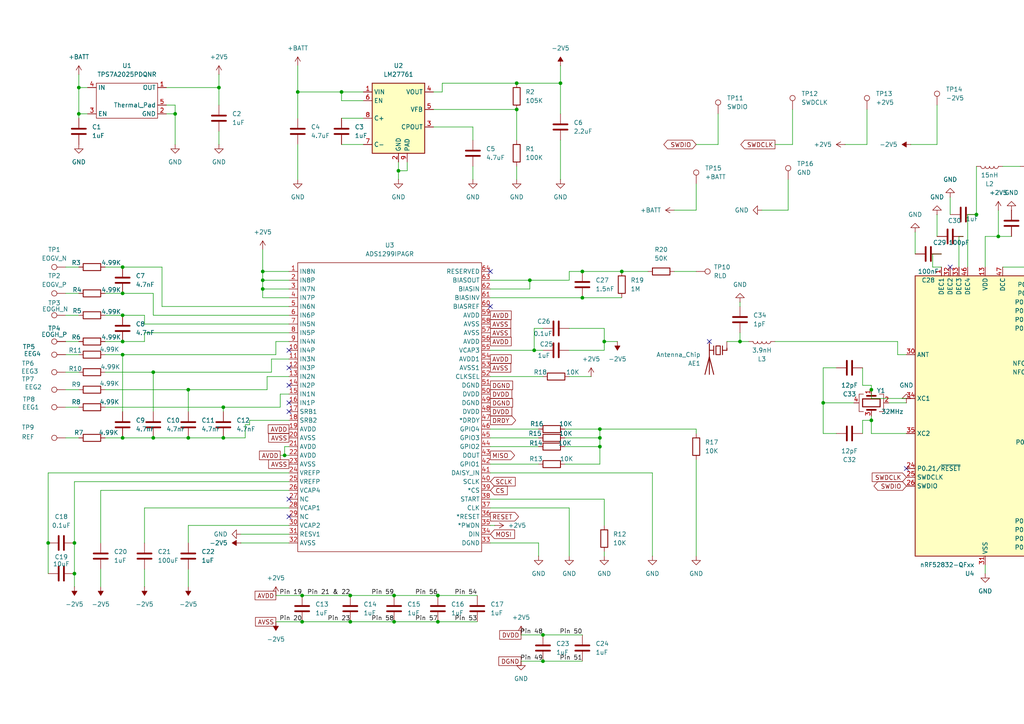
<source format=kicad_sch>
(kicad_sch (version 20250114) (generator "eeschema") (generator_version "9.0")
  (paper "A4")
  (junction (at 173.99 127))
  (junction (at 127 180.34))
  (junction (at 54.61 127))
  (junction (at 173.99 124.46))
  (junction (at 99.06 26.67))
  (junction (at 35.56 91.44))
  (junction (at 289.56 68.58))
  (junction (at 21.59 166.37))
  (junction (at 64.77 127))
  (junction (at 35.56 102.87))
  (junction (at 76.2 83.82))
  (junction (at 162.56 24.13))
  (junction (at 149.86 24.13))
  (junction (at 149.86 31.75))
  (junction (at 115.57 49.53))
  (junction (at 238.76 116.84))
  (junction (at 21.59 157.48))
  (junction (at 63.5 25.4))
  (junction (at 13.97 157.48))
  (junction (at 154.94 101.6))
  (junction (at 168.91 78.74))
  (junction (at 35.56 85.09))
  (junction (at 173.99 129.54))
  (junction (at 101.6 180.34))
  (junction (at 114.3 172.72))
  (junction (at 86.36 26.67))
  (junction (at 157.48 191.77))
  (junction (at 153.67 81.28))
  (junction (at 114.3 180.34))
  (junction (at 127 172.72))
  (junction (at 35.56 127))
  (junction (at 252.73 121.92))
  (junction (at 168.91 86.36))
  (junction (at 76.2 81.28))
  (junction (at 35.56 77.47))
  (junction (at 22.86 33.02))
  (junction (at 44.45 107.95))
  (junction (at 35.56 99.06))
  (junction (at 64.77 118.11))
  (junction (at 214.63 99.06))
  (junction (at 76.2 78.74))
  (junction (at 157.48 184.15))
  (junction (at 87.63 180.34))
  (junction (at 283.21 62.23))
  (junction (at 22.86 25.4))
  (junction (at 87.63 172.72))
  (junction (at 44.45 127))
  (junction (at 252.73 113.03))
  (junction (at 180.34 78.74))
  (junction (at 50.8 33.02))
  (junction (at 54.61 113.03))
  (junction (at 101.6 172.72))
  (junction (at 82.55 132.08))
  (junction (at 175.26 99.06))
  (no_connect (at 83.82 106.68))
  (no_connect (at 308.61 90.17))
  (no_connect (at 83.82 144.78))
  (no_connect (at 308.61 128.27))
  (no_connect (at 275.59 77.47))
  (no_connect (at 308.61 118.11))
  (no_connect (at 308.61 138.43))
  (no_connect (at 308.61 113.03))
  (no_connect (at 308.61 135.89))
  (no_connect (at 205.74 99.06))
  (no_connect (at 308.61 107.95))
  (no_connect (at 308.61 148.59))
  (no_connect (at 308.61 115.57))
  (no_connect (at 308.61 143.51))
  (no_connect (at 83.82 111.76))
  (no_connect (at 308.61 87.63))
  (no_connect (at 308.61 82.55))
  (no_connect (at 308.61 151.13))
  (no_connect (at 142.24 88.9))
  (no_connect (at 308.61 85.09))
  (no_connect (at 308.61 120.65))
  (no_connect (at 83.82 119.38))
  (no_connect (at 308.61 146.05))
  (no_connect (at 83.82 116.84))
  (no_connect (at 308.61 133.35))
  (no_connect (at 142.24 78.74))
  (no_connect (at 308.61 140.97))
  (no_connect (at 308.61 123.19))
  (no_connect (at 308.61 125.73))
  (no_connect (at 83.82 149.86))
  (no_connect (at 83.82 101.6))
  (no_connect (at 308.61 158.75))
  (no_connect (at 308.61 153.67))
  (no_connect (at 262.89 135.89))
  (no_connect (at 308.61 130.81))
  (no_connect (at 308.61 156.21))
  (wire (pts (xy 149.86 24.13) (xy 162.56 24.13)))
  (wire (pts (xy 81.28 118.11) (xy 64.77 118.11)))
  (wire (pts (xy 41.91 96.52) (xy 41.91 99.06)))
  (wire (pts (xy 83.82 88.9) (xy 46.99 88.9)))
  (wire (pts (xy 41.91 93.98) (xy 41.91 91.44)))
  (wire (pts (xy 101.6 172.72) (xy 114.3 172.72)))
  (wire (pts (xy 250.19 125.73) (xy 250.19 121.92)))
  (wire (pts (xy 265.43 73.66) (xy 265.43 67.31)))
  (wire (pts (xy 77.47 113.03) (xy 54.61 113.03)))
  (wire (pts (xy 44.45 127) (xy 54.61 127)))
  (wire (pts (xy 165.1 95.25) (xy 175.26 95.25)))
  (wire (pts (xy 168.91 86.36) (xy 180.34 86.36)))
  (wire (pts (xy 143.51 152.4) (xy 142.24 152.4)))
  (wire (pts (xy 105.41 26.67) (xy 99.06 26.67)))
  (wire (pts (xy 195.58 78.74) (xy 201.93 78.74)))
  (wire (pts (xy 21.59 139.7) (xy 21.59 157.48)))
  (wire (pts (xy 142.24 127) (xy 156.21 127)))
  (wire (pts (xy 19.05 77.47) (xy 22.86 77.47)))
  (wire (pts (xy 142.24 109.22) (xy 157.48 109.22)))
  (wire (pts (xy 250.19 121.92) (xy 252.73 121.92)))
  (wire (pts (xy 273.05 77.47) (xy 270.51 77.47)))
  (wire (pts (xy 168.91 78.74) (xy 180.34 78.74)))
  (wire (pts (xy 82.55 132.08) (xy 83.82 132.08)))
  (wire (pts (xy 201.93 53.34) (xy 201.93 60.96)))
  (wire (pts (xy 214.63 99.06) (xy 210.82 99.06)))
  (wire (pts (xy 175.26 99.06) (xy 179.07 99.06)))
  (wire (pts (xy 252.73 115.57) (xy 252.73 113.03)))
  (wire (pts (xy 54.61 113.03) (xy 54.61 119.38)))
  (wire (pts (xy 229.87 31.75) (xy 229.87 41.91)))
  (wire (pts (xy 162.56 40.64) (xy 162.56 52.07)))
  (wire (pts (xy 173.99 124.46) (xy 173.99 127)))
  (wire (pts (xy 76.2 83.82) (xy 76.2 86.36)))
  (wire (pts (xy 46.99 88.9) (xy 46.99 77.47)))
  (wire (pts (xy 238.76 116.84) (xy 238.76 106.68)))
  (wire (pts (xy 30.48 77.47) (xy 35.56 77.47)))
  (wire (pts (xy 13.97 157.48) (xy 13.97 166.37)))
  (wire (pts (xy 295.91 48.26) (xy 290.83 48.26)))
  (wire (pts (xy 142.24 147.32) (xy 165.1 147.32)))
  (wire (pts (xy 83.82 147.32) (xy 41.91 147.32)))
  (wire (pts (xy 238.76 125.73) (xy 238.76 116.84)))
  (wire (pts (xy 83.82 96.52) (xy 41.91 96.52)))
  (wire (pts (xy 149.86 31.75) (xy 149.86 40.64)))
  (wire (pts (xy 163.83 134.62) (xy 173.99 134.62)))
  (wire (pts (xy 80.01 99.06) (xy 80.01 102.87)))
  (wire (pts (xy 99.06 26.67) (xy 86.36 26.67)))
  (wire (pts (xy 114.3 180.34) (xy 127 180.34)))
  (wire (pts (xy 35.56 119.38) (xy 35.56 102.87)))
  (wire (pts (xy 19.05 85.09) (xy 22.86 85.09)))
  (wire (pts (xy 69.85 154.94) (xy 83.82 154.94)))
  (wire (pts (xy 154.94 95.25) (xy 154.94 101.6)))
  (wire (pts (xy 35.56 77.47) (xy 46.99 77.47)))
  (wire (pts (xy 217.17 99.06) (xy 214.63 99.06)))
  (wire (pts (xy 157.48 184.15) (xy 168.91 184.15)))
  (wire (pts (xy 64.77 127) (xy 71.12 127)))
  (wire (pts (xy 19.05 113.03) (xy 22.86 113.03)))
  (wire (pts (xy 208.28 41.91) (xy 201.93 41.91)))
  (wire (pts (xy 13.97 137.16) (xy 83.82 137.16)))
  (wire (pts (xy 19.05 118.11) (xy 22.86 118.11)))
  (wire (pts (xy 83.82 81.28) (xy 76.2 81.28)))
  (wire (pts (xy 173.99 124.46) (xy 201.93 124.46)))
  (wire (pts (xy 63.5 25.4) (xy 63.5 30.48)))
  (wire (pts (xy 142.24 129.54) (xy 156.21 129.54)))
  (wire (pts (xy 77.47 109.22) (xy 77.47 113.03)))
  (wire (pts (xy 175.26 144.78) (xy 175.26 152.4)))
  (wire (pts (xy 165.1 81.28) (xy 165.1 78.74)))
  (wire (pts (xy 35.56 99.06) (xy 41.91 99.06)))
  (wire (pts (xy 30.48 85.09) (xy 35.56 85.09)))
  (wire (pts (xy 72.39 123.19) (xy 72.39 121.92)))
  (wire (pts (xy 125.73 36.83) (xy 137.16 36.83)))
  (wire (pts (xy 99.06 26.67) (xy 99.06 29.21)))
  (wire (pts (xy 262.89 115.57) (xy 252.73 115.57)))
  (wire (pts (xy 86.36 26.67) (xy 86.36 34.29)))
  (wire (pts (xy 163.83 124.46) (xy 173.99 124.46)))
  (wire (pts (xy 41.91 147.32) (xy 41.91 157.48)))
  (wire (pts (xy 44.45 107.95) (xy 78.74 107.95)))
  (wire (pts (xy 115.57 49.53) (xy 115.57 52.07)))
  (wire (pts (xy 25.4 33.02) (xy 22.86 33.02)))
  (wire (pts (xy 163.83 127) (xy 173.99 127)))
  (wire (pts (xy 128.27 26.67) (xy 128.27 24.13)))
  (wire (pts (xy 19.05 107.95) (xy 22.86 107.95)))
  (wire (pts (xy 19.05 102.87) (xy 22.86 102.87)))
  (wire (pts (xy 173.99 127) (xy 173.99 129.54)))
  (wire (pts (xy 86.36 19.05) (xy 86.36 26.67)))
  (wire (pts (xy 250.19 111.76) (xy 252.73 111.76)))
  (wire (pts (xy 262.89 125.73) (xy 252.73 125.73)))
  (wire (pts (xy 250.19 111.76) (xy 250.19 106.68)))
  (wire (pts (xy 175.26 160.02) (xy 175.26 161.29)))
  (wire (pts (xy 83.82 83.82) (xy 76.2 83.82)))
  (wire (pts (xy 72.39 121.92) (xy 83.82 121.92)))
  (wire (pts (xy 270.51 77.47) (xy 270.51 73.66)))
  (wire (pts (xy 125.73 31.75) (xy 149.86 31.75)))
  (wire (pts (xy 115.57 49.53) (xy 118.11 49.53)))
  (wire (pts (xy 271.78 41.91) (xy 264.16 41.91)))
  (wire (pts (xy 83.82 86.36) (xy 76.2 86.36)))
  (wire (pts (xy 99.06 34.29) (xy 105.41 34.29)))
  (wire (pts (xy 285.75 68.58) (xy 289.56 68.58)))
  (wire (pts (xy 175.26 101.6) (xy 175.26 99.06)))
  (wire (pts (xy 142.24 81.28) (xy 153.67 81.28)))
  (wire (pts (xy 271.78 68.58) (xy 271.78 62.23)))
  (wire (pts (xy 82.55 129.54) (xy 82.55 132.08)))
  (wire (pts (xy 19.05 91.44) (xy 22.86 91.44)))
  (wire (pts (xy 157.48 191.77) (xy 168.91 191.77)))
  (wire (pts (xy 214.63 87.63) (xy 214.63 88.9)))
  (wire (pts (xy 101.6 180.34) (xy 114.3 180.34)))
  (wire (pts (xy 201.93 124.46) (xy 201.93 125.73)))
  (wire (pts (xy 153.67 81.28) (xy 153.67 83.82)))
  (wire (pts (xy 165.1 109.22) (xy 171.45 109.22)))
  (wire (pts (xy 127 172.72) (xy 138.43 172.72)))
  (wire (pts (xy 270.51 73.66) (xy 273.05 73.66)))
  (wire (pts (xy 80.01 180.34) (xy 87.63 180.34)))
  (wire (pts (xy 50.8 30.48) (xy 50.8 33.02)))
  (wire (pts (xy 285.75 77.47) (xy 285.75 68.58)))
  (wire (pts (xy 173.99 129.54) (xy 173.99 134.62)))
  (wire (pts (xy 30.48 99.06) (xy 35.56 99.06)))
  (wire (pts (xy 252.73 113.03) (xy 252.73 111.76)))
  (wire (pts (xy 29.21 142.24) (xy 29.21 157.48)))
  (wire (pts (xy 125.73 26.67) (xy 128.27 26.67)))
  (wire (pts (xy 165.1 147.32) (xy 165.1 161.29)))
  (wire (pts (xy 189.23 137.16) (xy 189.23 161.29)))
  (wire (pts (xy 19.05 99.06) (xy 22.86 99.06)))
  (wire (pts (xy 142.24 134.62) (xy 156.21 134.62)))
  (wire (pts (xy 87.63 172.72) (xy 101.6 172.72)))
  (wire (pts (xy 175.26 95.25) (xy 175.26 99.06)))
  (wire (pts (xy 115.57 46.99) (xy 115.57 49.53)))
  (wire (pts (xy 180.34 78.74) (xy 187.96 78.74)))
  (wire (pts (xy 289.56 68.58) (xy 289.56 60.96)))
  (wire (pts (xy 242.57 106.68) (xy 238.76 106.68)))
  (wire (pts (xy 29.21 165.1) (xy 29.21 170.18)))
  (wire (pts (xy 252.73 121.92) (xy 252.73 120.65)))
  (wire (pts (xy 278.13 68.58) (xy 279.4 68.58)))
  (wire (pts (xy 285.75 163.83) (xy 285.75 166.37)))
  (wire (pts (xy 275.59 62.23) (xy 275.59 57.15)))
  (wire (pts (xy 87.63 180.34) (xy 101.6 180.34)))
  (wire (pts (xy 13.97 137.16) (xy 13.97 157.48)))
  (wire (pts (xy 41.91 165.1) (xy 41.91 170.18)))
  (wire (pts (xy 224.79 41.91) (xy 229.87 41.91)))
  (wire (pts (xy 242.57 125.73) (xy 238.76 125.73)))
  (wire (pts (xy 142.24 101.6) (xy 154.94 101.6)))
  (wire (pts (xy 72.39 123.19) (xy 71.12 123.19)))
  (wire (pts (xy 35.56 91.44) (xy 41.91 91.44)))
  (wire (pts (xy 83.82 109.22) (xy 77.47 109.22)))
  (wire (pts (xy 78.74 104.14) (xy 78.74 107.95)))
  (wire (pts (xy 30.48 102.87) (xy 35.56 102.87)))
  (wire (pts (xy 142.24 124.46) (xy 156.21 124.46)))
  (wire (pts (xy 71.12 123.19) (xy 71.12 127)))
  (wire (pts (xy 251.46 31.75) (xy 251.46 41.91)))
  (wire (pts (xy 54.61 165.1) (xy 54.61 170.18)))
  (wire (pts (xy 271.78 30.48) (xy 271.78 41.91)))
  (wire (pts (xy 128.27 24.13) (xy 149.86 24.13)))
  (wire (pts (xy 165.1 101.6) (xy 175.26 101.6)))
  (wire (pts (xy 262.89 116.84) (xy 257.81 116.84)))
  (wire (pts (xy 142.24 144.78) (xy 175.26 144.78)))
  (wire (pts (xy 21.59 166.37) (xy 21.59 170.18)))
  (wire (pts (xy 153.67 81.28) (xy 165.1 81.28)))
  (wire (pts (xy 105.41 29.21) (xy 99.06 29.21)))
  (wire (pts (xy 157.48 95.25) (xy 154.94 95.25)))
  (wire (pts (xy 280.67 62.23) (xy 280.67 77.47)))
  (wire (pts (xy 48.26 33.02) (xy 50.8 33.02)))
  (wire (pts (xy 228.6 52.07) (xy 228.6 60.96)))
  (wire (pts (xy 30.48 127) (xy 35.56 127)))
  (wire (pts (xy 142.24 137.16) (xy 189.23 137.16)))
  (wire (pts (xy 293.37 68.58) (xy 289.56 68.58)))
  (wire (pts (xy 30.48 107.95) (xy 44.45 107.95)))
  (wire (pts (xy 48.26 25.4) (xy 63.5 25.4)))
  (wire (pts (xy 162.56 19.05) (xy 162.56 24.13)))
  (wire (pts (xy 247.65 116.84) (xy 238.76 116.84)))
  (wire (pts (xy 83.82 99.06) (xy 80.01 99.06)))
  (wire (pts (xy 86.36 41.91) (xy 86.36 52.07)))
  (wire (pts (xy 114.3 172.72) (xy 127 172.72)))
  (wire (pts (xy 48.26 30.48) (xy 50.8 30.48)))
  (wire (pts (xy 165.1 78.74) (xy 168.91 78.74)))
  (wire (pts (xy 21.59 139.7) (xy 83.82 139.7)))
  (wire (pts (xy 80.01 172.72) (xy 87.63 172.72)))
  (wire (pts (xy 224.79 99.06) (xy 260.35 99.06)))
  (wire (pts (xy 252.73 125.73) (xy 252.73 121.92)))
  (wire (pts (xy 22.86 25.4) (xy 22.86 33.02)))
  (wire (pts (xy 154.94 101.6) (xy 157.48 101.6)))
  (wire (pts (xy 162.56 24.13) (xy 162.56 33.02)))
  (wire (pts (xy 283.21 62.23) (xy 283.21 48.26)))
  (wire (pts (xy 21.59 157.48) (xy 21.59 166.37)))
  (wire (pts (xy 278.13 68.58) (xy 278.13 77.47)))
  (wire (pts (xy 19.05 127) (xy 22.86 127)))
  (wire (pts (xy 80.01 102.87) (xy 35.56 102.87)))
  (wire (pts (xy 30.48 113.03) (xy 54.61 113.03)))
  (wire (pts (xy 76.2 72.39) (xy 76.2 78.74)))
  (wire (pts (xy 156.21 157.48) (xy 156.21 161.29)))
  (wire (pts (xy 151.13 184.15) (xy 157.48 184.15)))
  (wire (pts (xy 228.6 60.96) (xy 220.98 60.96)))
  (wire (pts (xy 83.82 104.14) (xy 78.74 104.14)))
  (wire (pts (xy 303.53 77.47) (xy 290.83 77.47)))
  (wire (pts (xy 303.53 48.26) (xy 303.53 77.47)))
  (wire (pts (xy 163.83 129.54) (xy 173.99 129.54)))
  (wire (pts (xy 35.56 85.09) (xy 44.45 85.09)))
  (wire (pts (xy 83.82 142.24) (xy 29.21 142.24)))
  (wire (pts (xy 44.45 91.44) (xy 44.45 85.09)))
  (wire (pts (xy 83.82 114.3) (xy 81.28 114.3)))
  (wire (pts (xy 54.61 152.4) (xy 54.61 157.48)))
  (wire (pts (xy 25.4 25.4) (xy 22.86 25.4)))
  (wire (pts (xy 30.48 91.44) (xy 35.56 91.44)))
  (wire (pts (xy 83.82 91.44) (xy 44.45 91.44)))
  (wire (pts (xy 83.82 93.98) (xy 41.91 93.98)))
  (wire (pts (xy 201.93 60.96) (xy 195.58 60.96)))
  (wire (pts (xy 99.06 41.91) (xy 105.41 41.91)))
  (wire (pts (xy 262.89 102.87) (xy 260.35 102.87)))
  (wire (pts (xy 63.5 38.1) (xy 63.5 41.91)))
  (wire (pts (xy 76.2 81.28) (xy 76.2 83.82)))
  (wire (pts (xy 142.24 83.82) (xy 153.67 83.82)))
  (wire (pts (xy 22.86 33.02) (xy 22.86 34.29)))
  (wire (pts (xy 83.82 129.54) (xy 82.55 129.54)))
  (wire (pts (xy 54.61 127) (xy 64.77 127)))
  (wire (pts (xy 142.24 157.48) (xy 156.21 157.48)))
  (wire (pts (xy 83.82 78.74) (xy 76.2 78.74)))
  (wire (pts (xy 76.2 78.74) (xy 76.2 81.28)))
  (wire (pts (xy 50.8 33.02) (xy 50.8 41.91)))
  (wire (pts (xy 64.77 118.11) (xy 64.77 119.38)))
  (wire (pts (xy 251.46 41.91) (xy 245.11 41.91)))
  (wire (pts (xy 63.5 21.59) (xy 63.5 25.4)))
  (wire (pts (xy 35.56 127) (xy 44.45 127)))
  (wire (pts (xy 81.28 114.3) (xy 81.28 118.11)))
  (wire (pts (xy 69.85 157.48) (xy 83.82 157.48)))
  (wire (pts (xy 81.28 132.08) (xy 82.55 132.08)))
  (wire (pts (xy 83.82 152.4) (xy 54.61 152.4)))
  (wire (pts (xy 142.24 86.36) (xy 168.91 86.36)))
  (wire (pts (xy 30.48 118.11) (xy 64.77 118.11)))
  (wire (pts (xy 118.11 46.99) (xy 118.11 49.53)))
  (wire (pts (xy 214.63 96.52) (xy 214.63 99.06)))
  (wire (pts (xy 44.45 119.38) (xy 44.45 107.95)))
  (wire (pts (xy 280.67 62.23) (xy 283.21 62.23)))
  (wire (pts (xy 260.35 102.87) (xy 260.35 99.06)))
  (wire (pts (xy 137.16 36.83) (xy 137.16 40.64)))
  (wire (pts (xy 22.86 21.59) (xy 22.86 25.4)))
  (wire (pts (xy 151.13 191.77) (xy 157.48 191.77)))
  (wire (pts (xy 208.28 33.02) (xy 208.28 41.91)))
  (wire (pts (xy 127 180.34) (xy 138.43 180.34)))
  (wire (pts (xy 201.93 133.35) (xy 201.93 161.29)))
  (wire (pts (xy 149.86 48.26) (xy 149.86 52.07)))
  (wire (pts (xy 137.16 48.26) (xy 137.16 52.07)))
  (label "Pin 19" (at 87.63 172.72 180))
  (label "Pin 20" (at 87.63 180.34 180))
  (label "Pin 58" (at 114.3 180.34 180))
  (label "Pin 49" (at 157.48 191.77 180))
  (label "Pin 23" (at 101.6 180.34 180))
  (label "Pin 21 & 22" (at 101.6 172.72 180))
  (label "Pin 54" (at 138.43 172.72 180))
  (label "Pin 56" (at 127 172.72 180))
  (label "Pin 48" (at 157.48 184.15 180))
  (label "Pin 51" (at 168.91 191.77 180))
  (label "Pin 59" (at 114.3 172.72 180))
  (label "Pin 53" (at 138.43 180.34 180))
  (label "Pin 50" (at 168.91 184.15 180))
  (label "Pin 57" (at 127 180.34 180))
  (global_label "AVDD" (shape passive) (at 142.24 91.44 0) (property "Intersheetrefs" "${INTERSHEET_REFS}" (effects (hide yes))))
  (global_label "AVSS" (shape passive) (at 83.82 127 180) (property "Intersheetrefs" "${INTERSHEET_REFS}" (effects (hide yes))))
  (global_label "DGND" (shape passive) (at 151.13 191.77 180) (property "Intersheetrefs" "${INTERSHEET_REFS}" (effects (hide yes))))
  (global_label "CS" (shape output) (at 308.61 100.33 0) (property "Intersheetrefs" "${INTERSHEET_REFS}" (effects (hide yes))))
  (global_label "SWDCLK" (shape output) (at 224.79 41.91 180) (property "Intersheetrefs" "${INTERSHEET_REFS}" (effects (hide yes))))
  (global_label "DRDY" (shape output) (at 142.24 121.92 0) (property "Intersheetrefs" "${INTERSHEET_REFS}" (effects (hide yes))))
  (global_label "SWDIO" (shape bidirectional) (at 262.89 140.97 180) (property "Intersheetrefs" "${INTERSHEET_REFS}" (effects (hide yes))))
  (global_label "AVSS" (shape passive) (at 83.82 134.62 180) (property "Intersheetrefs" "${INTERSHEET_REFS}" (effects (hide yes))))
  (global_label "MISO" (shape output) (at 142.24 132.08 0) (property "Intersheetrefs" "${INTERSHEET_REFS}" (effects (hide yes))))
  (global_label "AVDD" (shape passive) (at 81.28 132.08 180) (property "Intersheetrefs" "${INTERSHEET_REFS}" (effects (hide yes))))
  (global_label "DVDD" (shape passive) (at 142.24 114.3 0) (property "Intersheetrefs" "${INTERSHEET_REFS}" (effects (hide yes))))
  (global_label "DRDY" (shape input) (at 308.61 92.71 0) (property "Intersheetrefs" "${INTERSHEET_REFS}" (effects (hide yes))))
  (global_label "DVDD" (shape passive) (at 151.13 184.15 180) (property "Intersheetrefs" "${INTERSHEET_REFS}" (effects (hide yes))))
  (global_label "RESET" (shape output) (at 142.24 149.86 0) (property "Intersheetrefs" "${INTERSHEET_REFS}" (effects (hide yes))))
  (global_label "DGND" (shape passive) (at 142.24 116.84 0) (property "Intersheetrefs" "${INTERSHEET_REFS}" (effects (hide yes))))
  (global_label "DGND" (shape passive) (at 142.24 111.76 0) (property "Intersheetrefs" "${INTERSHEET_REFS}" (effects (hide yes))))
  (global_label "DVDD" (shape passive) (at 142.24 119.38 0) (property "Intersheetrefs" "${INTERSHEET_REFS}" (effects (hide yes))))
  (global_label "MOSI" (shape output) (at 308.61 105.41 0) (property "Intersheetrefs" "${INTERSHEET_REFS}" (effects (hide yes))))
  (global_label "AVSS" (shape passive) (at 80.01 180.34 180) (property "Intersheetrefs" "${INTERSHEET_REFS}" (effects (hide yes))))
  (global_label "AVDD" (shape passive) (at 80.01 172.72 180) (property "Intersheetrefs" "${INTERSHEET_REFS}" (effects (hide yes))))
  (global_label "SCLK" (shape input) (at 142.24 139.7 0) (property "Intersheetrefs" "${INTERSHEET_REFS}" (effects (hide yes))))
  (global_label "AVSS" (shape passive) (at 142.24 93.98 0) (property "Intersheetrefs" "${INTERSHEET_REFS}" (effects (hide yes))))
  (global_label "AVSS" (shape passive) (at 142.24 106.68 0) (property "Intersheetrefs" "${INTERSHEET_REFS}" (effects (hide yes))))
  (global_label "SWDIO" (shape bidirectional) (at 201.93 41.91 180) (property "Intersheetrefs" "${INTERSHEET_REFS}" (effects (hide yes))))
  (global_label "AVSS" (shape passive) (at 142.24 96.52 0) (property "Intersheetrefs" "${INTERSHEET_REFS}" (effects (hide yes))))
  (global_label "AVDD" (shape passive) (at 142.24 104.14 0) (property "Intersheetrefs" "${INTERSHEET_REFS}" (effects (hide yes))))
  (global_label "SWDCLK" (shape input) (at 262.89 138.43 180) (property "Intersheetrefs" "${INTERSHEET_REFS}" (effects (hide yes))))
  (global_label "SCLK" (shape output) (at 308.61 110.49 0) (property "Intersheetrefs" "${INTERSHEET_REFS}" (effects (hide yes))))
  (global_label "CS" (shape input) (at 142.24 142.24 0) (property "Intersheetrefs" "${INTERSHEET_REFS}" (effects (hide yes))))
  (global_label "RESET" (shape input) (at 308.61 102.87 0) (property "Intersheetrefs" "${INTERSHEET_REFS}" (effects (hide yes))))
  (global_label "SWDCLK" (shape input) (at 308.61 97.79 0) (property "Intersheetrefs" "${INTERSHEET_REFS}" (effects (hide yes))))
  (global_label "AVDD" (shape passive) (at 83.82 124.46 180) (property "Intersheetrefs" "${INTERSHEET_REFS}" (effects (hide yes))))
  (global_label "MOSI" (shape input) (at 142.24 154.94 0) (property "Intersheetrefs" "${INTERSHEET_REFS}" (effects (hide yes))))
  (global_label "MISO" (shape input) (at 308.61 95.25 0) (property "Intersheetrefs" "${INTERSHEET_REFS}" (effects (hide yes))))
  (global_label "AVDD" (shape passive) (at 142.24 99.06 0) (property "Intersheetrefs" "${INTERSHEET_REFS}" (effects (hide yes))))
  (symbol (lib_id "power:GND") (at 115.57 52.07 0) (unit 1)
    (property "Reference" "#PWR010" (effects (hide yes)))
    (property "Value" "GND" (at 115.57 57.15 0))
    (property "Description" "Power symbol creates a global label with name \"GND\" , ground" (effects (hide yes)))
  )
  (symbol (lib_id "Connector:TestPoint") (at 19.05 127 90) (unit 1)
    (property "Reference" "TP9" (at 8.128 123.952 90))
    (property "Value" "REF" (at 8.128 126.746 90))
    (property "Description" "test point" (effects (hide yes)))
  )
  (symbol (lib_id "Device:C") (at 64.77 123.19 180) (unit 1)
    (property "Reference" "C12" (at 68.58 121.9199 0) (effects (justify right)))
    (property "Value" "4.7nF" (at 68.58 124.4599 0) (effects (justify right)))
    (property "Footprint" "Capacitor_SMD:C_0402_1005Metric_Pad0.74x0.62mm_HandSolder" (effects (hide yes)))
    (property "Description" "Unpolarized capacitor" (effects (hide yes)))
  )
  (symbol (lib_id "Connector:TestPoint") (at 19.05 99.06 90) (unit 1)
    (property "Reference" "TP4" (at 15.748 95.25 90))
    (property "Value" "EOGH_P" (at 15.748 97.028 90))
    (property "Description" "test point" (effects (hide yes)))
  )
  (symbol (lib_id "Device:L") (at 299.72 48.26 270) (unit 1)
    (property "Reference" "L1" (at 299.72 53.34 90))
    (property "Value" "10uH" (at 299.72 50.8 90))
    (property "Footprint" "Inductor_SMD:L_1008_2520Metric_Pad1.43x2.20mm_HandSolder" (effects (hide yes)))
    (property "Description" "Inductor" (effects (hide yes)))
  )
  (symbol (lib_id "Connector:TestPoint") (at 19.05 107.95 90) (unit 1)
    (property "Reference" "TP6" (at 8.128 105.41 90))
    (property "Value" "EEG3" (at 8.636 107.696 90))
    (property "Description" "test point" (effects (hide yes)))
  )
  (symbol (lib_id "Device:R") (at 26.67 102.87 90) (unit 1)
    (property "Reference" "R11" (at 21.844 101.6 90))
    (property "Value" "4.99K" (at 31.75 101.346 90))
    (property "Footprint" "Resistor_SMD:R_0402_1005Metric_Pad0.72x0.64mm_HandSolder" (effects (hide yes)))
    (property "Description" "Resistor" (effects (hide yes)))
  )
  (symbol (lib_id "EEG components:ADS1299IPAGR") (at 113.03 115.57 0) (unit 1)
    (property "Reference" "U3" (at 113.03 71.12 0))
    (property "Value" "ADS1299IPAGR" (at 113.03 73.66 0))
    (property "Footprint" "EEG chips:ADS1299IPAGR" (effects (hide yes)))
  )
  (symbol (lib_id "Device:C") (at 246.38 125.73 270) (unit 1)
    (property "Reference" "C32" (at 246.38 133.35 90))
    (property "Value" "12pF" (at 246.38 130.81 90))
    (property "Footprint" "Capacitor_SMD:C_0603_1608Metric_Pad1.08x0.95mm_HandSolder" (effects (hide yes)))
    (property "Description" "Unpolarized capacitor" (effects (hide yes)))
  )
  (symbol (lib_id "power:GND") (at 86.36 52.07 0) (unit 1)
    (property "Reference" "#PWR09" (effects (hide yes)))
    (property "Value" "GND" (at 86.36 57.15 0))
    (property "Description" "Power symbol creates a global label with name \"GND\" , ground" (effects (hide yes)))
  )
  (symbol (lib_id "Device:C") (at 35.56 123.19 0) (unit 1)
    (property "Reference" "C9" (at 39.37 121.9199 0) (effects (justify left)))
    (property "Value" "4.7nF" (at 39.37 124.4599 0) (effects (justify left)))
    (property "Footprint" "Capacitor_SMD:C_0402_1005Metric_Pad0.74x0.62mm_HandSolder" (effects (hide yes)))
    (property "Description" "Unpolarized capacitor" (effects (hide yes)))
  )
  (symbol (lib_id "EEG components:TPS7A2025PDQNR") (at 36.83 29.21 0) (unit 1)
    (property "Reference" "U1" (at 36.83 19.05 0))
    (property "Value" "TPS7A2025PDQNR" (at 36.83 21.59 0))
    (property "Footprint" "EEG chips:TPS7A2025PDQNR" (effects (hide yes)))
  )
  (symbol (lib_id "power:GND") (at 156.21 161.29 0) (unit 1)
    (property "Reference" "#PWR022" (effects (hide yes)))
    (property "Value" "GND" (at 156.21 166.37 0))
    (property "Description" "Power symbol creates a global label with name \"GND\" , ground" (effects (hide yes)))
  )
  (symbol (lib_id "Connector:TestPoint") (at 19.05 118.11 90) (unit 1)
    (property "Reference" "TP8" (at 8.382 115.824 90))
    (property "Value" "EEG1" (at 8.89 118.11 90))
    (property "Description" "test point" (effects (hide yes)))
  )
  (symbol (lib_id "Device:R") (at 160.02 134.62 90) (unit 1)
    (property "Reference" "R13" (at 155.448 133.096 90))
    (property "Value" "10K" (at 164.338 133.096 90))
    (property "Footprint" "Resistor_SMD:R_0402_1005Metric_Pad0.72x0.64mm_HandSolder" (effects (hide yes)))
    (property "Description" "Resistor" (effects (hide yes)))
  )
  (symbol (lib_id "Device:C") (at 29.21 161.29 0) (unit 1)
    (property "Reference" "C20" (at 33.02 160.0199 0) (effects (justify left)))
    (property "Value" "1uF" (at 33.02 162.5599 0) (effects (justify left)))
    (property "Footprint" "Capacitor_SMD:C_0402_1005Metric_Pad0.74x0.62mm_HandSolder" (effects (hide yes)))
    (property "Description" "Unpolarized capacitor" (effects (hide yes)))
  )
  (symbol (lib_id "power:GND") (at 201.93 161.29 0) (unit 1)
    (property "Reference" "#PWR029" (effects (hide yes)))
    (property "Value" "GND" (at 201.93 166.37 0))
    (property "Description" "Power symbol creates a global label with name \"GND\" , ground" (effects (hide yes)))
  )
  (symbol (lib_id "power:-2V5") (at 21.59 170.18 180) (unit 1)
    (property "Reference" "#PWR016" (effects (hide yes)))
    (property "Value" "-2V5" (at 21.59 175.26 0))
    (property "Description" "Power symbol creates a global label with name \"-2V5\"" (effects (hide yes)))
  )
  (symbol (lib_id "power:GND") (at 137.16 52.07 0) (unit 1)
    (property "Reference" "#PWR07" (effects (hide yes)))
    (property "Value" "GND" (at 137.16 57.15 0))
    (property "Description" "Power symbol creates a global label with name \"GND\" , ground" (effects (hide yes)))
  )
  (symbol (lib_id "power:GND") (at 275.59 57.15 180) (unit 1)
    (property "Reference" "#PWR035" (effects (hide yes)))
    (property "Value" "GND" (at 275.59 52.07 0))
    (property "Description" "Power symbol creates a global label with name \"GND\" , ground" (effects (hide yes)))
  )
  (symbol (lib_id "power:-2V5") (at 264.16 41.91 90) (unit 1)
    (property "Reference" "#PWR041" (effects (hide yes)))
    (property "Value" "-2V5" (at 260.35 41.9099 90) (effects (justify left)))
    (property "Description" "Power symbol creates a global label with name \"-2V5\"" (effects (hide yes)))
  )
  (symbol (lib_id "power:GND") (at 265.43 67.31 180) (unit 1)
    (property "Reference" "#PWR033" (effects (hide yes)))
    (property "Value" "GND" (at 265.43 62.23 0))
    (property "Description" "Power symbol creates a global label with name \"GND\" , ground" (effects (hide yes)))
  )
  (symbol (lib_id "power:-2V5") (at 179.07 99.06 180) (unit 1)
    (property "Reference" "#PWR031" (effects (hide yes)))
    (property "Value" "-2V5" (at 179.07 104.14 0))
    (property "Description" "Power symbol creates a global label with name \"-2V5\"" (effects (hide yes)))
  )
  (symbol (lib_id "MCU_Nordic:nRF52832-QFxx") (at 285.75 120.65 0) (unit 1)
    (property "Reference" "U4" (at 282.6319 166.37 0) (effects (justify right)))
    (property "Value" "nRF52832-QFxx" (at 282.6319 163.83 0) (effects (justify right)))
    (property "Footprint" "EEG chips:nRF52832-QFAA-R" (effects (hide yes)))
    (property "Datasheet" "http://infocenter.nordicsemi.com/pdf/nRF52832_PS_v1.4.pdf" (effects (hide yes)))
    (property "Description" "Multiprotocol BLE/2.4GHz Cortex-M4 SoC, QFN-48" (effects (hide yes)))
  )
  (symbol (lib_id "power:+2V5") (at 143.51 152.4 270) (unit 1)
    (property "Reference" "#PWR026" (effects (hide yes)))
    (property "Value" "+2V5" (at 147.32 152.3999 90) (effects (justify left)))
    (property "Description" "Power symbol creates a global label with name \"+2V5\"" (effects (hide yes)))
  )
  (symbol (lib_id "Connector:TestPoint") (at 251.46 31.75 0) (unit 1)
    (property "Reference" "TP13" (at 254 27.1779 0) (effects (justify left)))
    (property "Value" "+2V5" (at 254 29.7179 0) (effects (justify left)))
    (property "Description" "test point" (effects (hide yes)))
  )
  (symbol (lib_id "power:+2V5") (at 171.45 109.22 0) (unit 1)
    (property "Reference" "#PWR030" (effects (hide yes)))
    (property "Value" "+2V5" (at 171.45 104.14 0))
    (property "Description" "Power symbol creates a global label with name \"+2V5\"" (effects (hide yes)))
  )
  (symbol (lib_id "Connector:TestPoint") (at 208.28 33.02 0) (unit 1)
    (property "Reference" "TP11" (at 210.82 28.4479 0) (effects (justify left)))
    (property "Value" "SWDIO" (at 210.82 30.9879 0) (effects (justify left)))
    (property "Description" "test point" (effects (hide yes)))
  )
  (symbol (lib_id "power:+2V5") (at 76.2 72.39 0) (unit 1)
    (property "Reference" "#PWR013" (effects (hide yes)))
    (property "Value" "+2V5" (at 76.2 67.31 0))
    (property "Description" "Power symbol creates a global label with name \"+2V5\"" (effects (hide yes)))
  )
  (symbol (lib_id "Device:R") (at 26.67 99.06 90) (unit 1)
    (property "Reference" "R6" (at 22.098 97.79 90))
    (property "Value" "4.99K" (at 32.258 97.79 90))
    (property "Footprint" "Resistor_SMD:R_0402_1005Metric_Pad0.72x0.64mm_HandSolder" (effects (hide yes)))
    (property "Description" "Resistor" (effects (hide yes)))
  )
  (symbol (lib_id "Device:C") (at 168.91 187.96 0) (unit 1)
    (property "Reference" "C24" (at 172.72 186.6899 0) (effects (justify left)))
    (property "Value" "1uF" (at 172.72 189.2299 0) (effects (justify left)))
    (property "Footprint" "Capacitor_SMD:C_0402_1005Metric_Pad0.74x0.62mm_HandSolder" (effects (hide yes)))
    (property "Description" "Unpolarized capacitor" (effects (hide yes)))
  )
  (symbol (lib_id "power:GND") (at 293.37 60.96 180) (unit 1)
    (property "Reference" "#PWR036" (effects (hide yes)))
    (property "Value" "GND" (at 293.37 55.88 0))
    (property "Description" "Power symbol creates a global label with name \"GND\" , ground" (effects (hide yes)))
  )
  (symbol (lib_id "power:GND") (at 165.1 161.29 0) (unit 1)
    (property "Reference" "#PWR025" (effects (hide yes)))
    (property "Value" "GND" (at 165.1 166.37 0))
    (property "Description" "Power symbol creates a global label with name \"GND\" , ground" (effects (hide yes)))
  )
  (symbol (lib_id "Device:C") (at 293.37 64.77 180) (unit 1)
    (property "Reference" "C31" (at 297.18 63.4999 0) (effects (justify right)))
    (property "Value" "100nF" (at 297.18 66.0399 0) (effects (justify right)))
    (property "Footprint" "Capacitor_SMD:C_0402_1005Metric_Pad0.74x0.62mm_HandSolder" (effects (hide yes)))
    (property "Description" "Unpolarized capacitor" (effects (hide yes)))
  )
  (symbol (lib_id "Device:R") (at 26.67 107.95 90) (unit 1)
    (property "Reference" "R10" (at 21.844 106.934 90))
    (property "Value" "4.99K" (at 32.004 106.426 90))
    (property "Footprint" "Resistor_SMD:R_0402_1005Metric_Pad0.72x0.64mm_HandSolder" (effects (hide yes)))
    (property "Description" "Resistor" (effects (hide yes)))
  )
  (symbol (lib_id "Device:R") (at 26.67 118.11 270) (unit 1)
    (property "Reference" "R8" (at 22.098 116.586 90))
    (property "Value" "4.99K" (at 31.75 116.586 90))
    (property "Footprint" "Resistor_SMD:R_0402_1005Metric_Pad0.72x0.64mm_HandSolder" (effects (hide yes)))
    (property "Description" "Resistor" (effects (hide yes)))
  )
  (symbol (lib_id "Connector:TestPoint") (at 201.93 53.34 0) (unit 1)
    (property "Reference" "TP15" (at 204.47 48.7679 0) (effects (justify left)))
    (property "Value" "+BATT" (at 204.47 51.3079 0) (effects (justify left)))
    (property "Description" "test point" (effects (hide yes)))
  )
  (symbol (lib_id "Device:C") (at 275.59 68.58 90) (unit 1)
    (property "Reference" "C29" (at 272.542 70.358 90))
    (property "Value" "100pF" (at 278.13 70.358 90))
    (property "Footprint" "Capacitor_SMD:C_0402_1005Metric_Pad0.74x0.62mm_HandSolder" (effects (hide yes)))
    (property "Description" "Unpolarized capacitor" (effects (hide yes)))
  )
  (symbol (lib_id "Device:R") (at 160.02 127 90) (unit 1)
    (property "Reference" "R15" (at 155.194 125.73 90))
    (property "Value" "10K" (at 164.084 125.73 90))
    (property "Footprint" "Resistor_SMD:R_0402_1005Metric_Pad0.72x0.64mm_HandSolder" (effects (hide yes)))
    (property "Description" "Resistor" (effects (hide yes)))
  )
  (symbol (lib_id "Device:C") (at 17.78 166.37 270) (unit 1)
    (property "Reference" "C19" (at 17.78 161.544 90))
    (property "Value" "10uF" (at 17.78 163.576 90))
    (property "Footprint" "Capacitor_SMD:C_0402_1005Metric_Pad0.74x0.62mm_HandSolder" (effects (hide yes)))
    (property "Description" "Unpolarized capacitor" (effects (hide yes)))
  )
  (symbol (lib_id "Device:R") (at 201.93 129.54 0) (unit 1)
    (property "Reference" "R17" (at 204.47 128.2699 0) (effects (justify left)))
    (property "Value" "10K" (at 204.47 130.8099 0) (effects (justify left)))
    (property "Footprint" "Resistor_SMD:R_0402_1005Metric_Pad0.72x0.64mm_HandSolder" (effects (hide yes)))
    (property "Description" "Resistor" (effects (hide yes)))
  )
  (symbol (lib_id "Device:C") (at 157.48 187.96 0) (unit 1)
    (property "Reference" "C23" (at 161.29 186.6899 0) (effects (justify left)))
    (property "Value" "1uF" (at 161.29 189.2299 0) (effects (justify left)))
    (property "Footprint" "Capacitor_SMD:C_0402_1005Metric_Pad0.74x0.62mm_HandSolder" (effects (hide yes)))
    (property "Description" "Unpolarized capacitor" (effects (hide yes)))
  )
  (symbol (lib_id "Device:R") (at 26.67 91.44 90) (unit 1)
    (property "Reference" "R5" (at 22.352 90.17 90))
    (property "Value" "4.99K" (at 32.258 90.424 90))
    (property "Footprint" "Resistor_SMD:R_0402_1005Metric_Pad0.72x0.64mm_HandSolder" (effects (hide yes)))
    (property "Description" "Resistor" (effects (hide yes)))
  )
  (symbol (lib_id "power:GND") (at 63.5 41.91 0) (unit 1)
    (property "Reference" "#PWR05" (effects (hide yes)))
    (property "Value" "GND" (at 63.5 46.99 0))
    (property "Description" "Power symbol creates a global label with name \"GND\" , ground" (effects (hide yes)))
  )
  (symbol (lib_id "Device:C") (at 41.91 161.29 0) (unit 1)
    (property "Reference" "C21" (at 45.72 160.0199 0) (effects (justify left)))
    (property "Value" "100uF" (at 45.72 162.5599 0) (effects (justify left)))
    (property "Footprint" "Capacitor_SMD:C_0805_2012Metric_Pad1.18x1.45mm_HandSolder" (effects (hide yes)))
    (property "Description" "Unpolarized capacitor" (effects (hide yes)))
  )
  (symbol (lib_id "power:GND") (at 285.75 166.37 0) (unit 1)
    (property "Reference" "#PWR032" (effects (hide yes)))
    (property "Value" "GND" (at 285.75 171.45 0))
    (property "Description" "Power symbol creates a global label with name \"GND\" , ground" (effects (hide yes)))
  )
  (symbol (lib_id "Device:C") (at 269.24 73.66 270) (unit 1)
    (property "Reference" "C28" (at 269.24 81.28 90))
    (property "Value" "100nF" (at 269.24 78.74 90))
    (property "Footprint" "Capacitor_SMD:C_0402_1005Metric_Pad0.74x0.62mm_HandSolder" (effects (hide yes)))
    (property "Description" "Unpolarized capacitor" (effects (hide yes)))
  )
  (symbol (lib_id "power:+BATT") (at 22.86 21.59 0) (unit 1)
    (property "Reference" "#PWR01" (effects (hide yes)))
    (property "Value" "+BATT" (at 22.86 16.51 0))
    (property "Description" "Power symbol creates a global label with name \"+BATT\"" (effects (hide yes)))
  )
  (symbol (lib_id "Device:R") (at 160.02 129.54 90) (unit 1)
    (property "Reference" "R14" (at 155.448 128.524 90))
    (property "Value" "10K" (at 163.83 128.524 90))
    (property "Footprint" "Resistor_SMD:R_0402_1005Metric_Pad0.72x0.64mm_HandSolder" (effects (hide yes)))
    (property "Description" "Resistor" (effects (hide yes)))
  )
  (symbol (lib_id "Device:C") (at 35.56 95.25 0) (unit 1)
    (property "Reference" "C8" (at 39.37 93.9799 0) (effects (justify left)))
    (property "Value" "4.7nF" (at 39.37 96.5199 0) (effects (justify left)))
    (property "Footprint" "Capacitor_SMD:C_0402_1005Metric_Pad0.74x0.62mm_HandSolder" (effects (hide yes)))
    (property "Description" "Unpolarized capacitor" (effects (hide yes)))
  )
  (symbol (lib_id "Device:C") (at 63.5 34.29 0) (unit 1)
    (property "Reference" "C2" (at 67.31 33.0199 0) (effects (justify left)))
    (property "Value" "1uF" (at 67.31 35.5599 0) (effects (justify left)))
    (property "Footprint" "Capacitor_SMD:C_0402_1005Metric_Pad0.74x0.62mm_HandSolder" (effects (hide yes)))
    (property "Description" "Unpolarized capacitor" (effects (hide yes)))
  )
  (symbol (lib_id "Device:R") (at 26.67 127 90) (unit 1)
    (property "Reference" "R7" (at 22.86 125.476 90))
    (property "Value" "4.99K" (at 31.496 125.476 90))
    (property "Footprint" "Resistor_SMD:R_0402_1005Metric_Pad0.72x0.64mm_HandSolder" (effects (hide yes)))
    (property "Description" "Resistor" (effects (hide yes)))
  )
  (symbol (lib_id "Device:C") (at 54.61 123.19 0) (unit 1)
    (property "Reference" "C11" (at 58.42 121.9199 0) (effects (justify left)))
    (property "Value" "4.7nF" (at 58.42 124.4599 0) (effects (justify left)))
    (property "Footprint" "Capacitor_SMD:C_0402_1005Metric_Pad0.74x0.62mm_HandSolder" (effects (hide yes)))
    (property "Description" "Unpolarized capacitor" (effects (hide yes)))
  )
  (symbol (lib_id "Device:C") (at 114.3 176.53 0) (unit 1)
    (property "Reference" "C15" (at 118.11 175.2599 0) (effects (justify left)))
    (property "Value" "1uF" (at 118.11 177.7999 0) (effects (justify left)))
    (property "Footprint" "Capacitor_SMD:C_0402_1005Metric_Pad0.74x0.62mm_HandSolder" (effects (hide yes)))
    (property "Description" "Unpolarized capacitor" (effects (hide yes)))
  )
  (symbol (lib_id "Device:Antenna_Chip") (at 208.28 101.6 180) (unit 1)
    (property "Reference" "AE1" (at 203.2 105.4101 0) (effects (justify left)))
    (property "Value" "Antenna_Chip" (at 203.2 102.8701 0) (effects (justify left)))
    (property "Footprint" "RF_Antenna:Johanson_2450AT18x100" (effects (hide yes)))
    (property "Description" "Ceramic chip antenna with pin for PCB trace" (effects (hide yes)))
  )
  (symbol (lib_id "Device:Crystal_GND24") (at 252.73 116.84 270) (unit 1)
    (property "Reference" "Y1" (at 255.524 113.284 90))
    (property "Value" "32MHz" (at 258.826 119.38 90))
    (property "Footprint" "Crystal:Crystal_SMD_3225-4Pin_3.2x2.5mm_HandSoldering" (effects (hide yes)))
    (property "Description" "Four pin crystal, GND on pins 2 and 4" (effects (hide yes)))
  )
  (symbol (lib_id "power:-2V5") (at 41.91 170.18 180) (unit 1)
    (property "Reference" "#PWR018" (effects (hide yes)))
    (property "Value" "-2V5" (at 41.91 175.26 0))
    (property "Description" "Power symbol creates a global label with name \"-2V5\"" (effects (hide yes)))
  )
  (symbol (lib_id "Device:C") (at 138.43 176.53 0) (unit 1)
    (property "Reference" "C17" (at 142.24 175.2599 0) (effects (justify left)))
    (property "Value" "1uF" (at 142.24 177.7999 0) (effects (justify left)))
    (property "Footprint" "Capacitor_SMD:C_0402_1005Metric_Pad0.74x0.62mm_HandSolder" (effects (hide yes)))
    (property "Description" "Unpolarized capacitor" (effects (hide yes)))
  )
  (symbol (lib_id "Device:R") (at 175.26 156.21 0) (unit 1)
    (property "Reference" "R12" (at 177.8 154.9399 0) (effects (justify left)))
    (property "Value" "10K" (at 177.8 157.4799 0) (effects (justify left)))
    (property "Footprint" "Resistor_SMD:R_0402_1005Metric_Pad0.72x0.64mm_HandSolder" (effects (hide yes)))
    (property "Description" "Resistor" (effects (hide yes)))
  )
  (symbol (lib_id "power:-2V5") (at 29.21 170.18 180) (unit 1)
    (property "Reference" "#PWR017" (effects (hide yes)))
    (property "Value" "-2V5" (at 29.21 175.26 0))
    (property "Description" "Power symbol creates a global label with name \"-2V5\"" (effects (hide yes)))
  )
  (symbol (lib_id "Connector:TestPoint") (at 19.05 77.47 90) (unit 1)
    (property "Reference" "TP1" (at 15.748 72.39 90))
    (property "Value" "EOGV_N" (at 15.748 74.93 90))
    (property "Description" "test point" (effects (hide yes)))
  )
  (symbol (lib_id "power:GND") (at 69.85 154.94 270) (unit 1)
    (property "Reference" "#PWR021" (effects (hide yes)))
    (property "Value" "GND" (at 66.04 154.9399 90) (effects (justify right)))
    (property "Description" "Power symbol creates a global label with name \"GND\" , ground" (effects (hide yes)))
  )
  (symbol (lib_id "Device:C") (at 137.16 44.45 0) (unit 1)
    (property "Reference" "C5" (at 140.97 43.1799 0) (effects (justify left)))
    (property "Value" "4.7uF" (at 140.97 45.7199 0) (effects (justify left)))
    (property "Footprint" "Capacitor_SMD:C_0402_1005Metric_Pad0.74x0.62mm_HandSolder" (effects (hide yes)))
    (property "Description" "Unpolarized capacitor" (effects (hide yes)))
  )
  (symbol (lib_id "Device:C") (at 246.38 106.68 270) (unit 1)
    (property "Reference" "C33" (at 246.38 114.3 90))
    (property "Value" "12pF" (at 246.38 111.76 90))
    (property "Footprint" "Capacitor_SMD:C_0603_1608Metric_Pad1.08x0.95mm_HandSolder" (effects (hide yes)))
    (property "Description" "Unpolarized capacitor" (effects (hide yes)))
  )
  (symbol (lib_id "power:GND") (at 22.86 41.91 0) (unit 1)
    (property "Reference" "#PWR03" (effects (hide yes)))
    (property "Value" "GND" (at 22.86 46.99 0))
    (property "Description" "Power symbol creates a global label with name \"GND\" , ground" (effects (hide yes)))
  )
  (symbol (lib_id "power:GND") (at 189.23 161.29 0) (unit 1)
    (property "Reference" "#PWR028" (effects (hide yes)))
    (property "Value" "GND" (at 189.23 166.37 0))
    (property "Description" "Power symbol creates a global label with name \"GND\" , ground" (effects (hide yes)))
  )
  (symbol (lib_id "power:+2V5") (at 80.01 172.72 0) (unit 1)
    (property "Reference" "#PWR014" (effects (hide yes)))
    (property "Value" "+2V5" (at 80.01 167.64 0))
    (property "Description" "Power symbol creates a global label with name \"+2V5\"" (effects (hide yes)))
  )
  (symbol (lib_id "Device:C") (at 22.86 38.1 0) (unit 1)
    (property "Reference" "C1" (at 26.67 36.8299 0) (effects (justify left)))
    (property "Value" "1uF" (at 26.67 39.3699 0) (effects (justify left)))
    (property "Footprint" "Capacitor_SMD:C_0402_1005Metric_Pad0.74x0.62mm_HandSolder" (effects (hide yes)))
    (property "Description" "Unpolarized capacitor" (effects (hide yes)))
  )
  (symbol (lib_id "Device:C") (at 86.36 38.1 0) (unit 1)
    (property "Reference" "C4" (at 90.17 36.8299 0) (effects (justify left)))
    (property "Value" "4.7uF" (at 90.17 39.3699 0) (effects (justify left)))
    (property "Footprint" "Capacitor_SMD:C_0402_1005Metric_Pad0.74x0.62mm_HandSolder" (effects (hide yes)))
    (property "Description" "Unpolarized capacitor" (effects (hide yes)))
  )
  (symbol (lib_id "Connector:TestPoint") (at 271.78 30.48 0) (unit 1)
    (property "Reference" "TP14" (at 274.32 25.9079 0) (effects (justify left)))
    (property "Value" "-2V5" (at 274.32 28.4479 0) (effects (justify left)))
    (property "Description" "test point" (effects (hide yes)))
  )
  (symbol (lib_id "Connector:TestPoint") (at 19.05 102.87 90) (unit 1)
    (property "Reference" "TP5" (at 8.382 100.584 90))
    (property "Value" "EEG4" (at 9.398 102.616 90))
    (property "Description" "test point" (effects (hide yes)))
  )
  (symbol (lib_id "power:+2V5") (at 245.11 41.91 90) (unit 1)
    (property "Reference" "#PWR040" (effects (hide yes)))
    (property "Value" "+2V5" (at 241.3 41.9099 90) (effects (justify left)))
    (property "Description" "Power symbol creates a global label with name \"+2V5\"" (effects (hide yes)))
  )
  (symbol (lib_id "Device:R") (at 149.86 27.94 0) (unit 1)
    (property "Reference" "R2" (at 152.4 26.6699 0) (effects (justify left)))
    (property "Value" "105K" (at 152.4 29.2099 0) (effects (justify left)))
    (property "Footprint" "Resistor_SMD:R_0402_1005Metric_Pad0.72x0.64mm_HandSolder" (effects (hide yes)))
    (property "Description" "Resistor" (effects (hide yes)))
  )
  (symbol (lib_id "power:+2V5") (at 289.56 60.96 0) (unit 1)
    (property "Reference" "#PWR037" (effects (hide yes)))
    (property "Value" "+2V5" (at 289.56 55.88 0))
    (property "Description" "Power symbol creates a global label with name \"+2V5\"" (effects (hide yes)))
  )
  (symbol (lib_id "Device:L") (at 220.98 99.06 270) (unit 1)
    (property "Reference" "L3" (at 220.98 104.14 90))
    (property "Value" "3.9nH" (at 220.98 101.6 90))
    (property "Footprint" "Inductor_SMD:L_0402_1005Metric_Pad0.77x0.64mm_HandSolder" (effects (hide yes)))
    (property "Description" "Inductor" (effects (hide yes)))
  )
  (symbol (lib_id "Connector:TestPoint") (at 19.05 85.09 90) (unit 1)
    (property "Reference" "TP2" (at 15.748 80.01 90))
    (property "Value" "EOGV_P" (at 15.748 82.55 90))
    (property "Description" "test point" (effects (hide yes)))
  )
  (symbol (lib_id "Device:R") (at 26.67 85.09 90) (unit 1)
    (property "Reference" "R4" (at 22.352 84.074 90))
    (property "Value" "4.99K" (at 32.258 84.074 90))
    (property "Footprint" "Resistor_SMD:R_0402_1005Metric_Pad0.72x0.64mm_HandSolder" (effects (hide yes)))
    (property "Description" "Resistor" (effects (hide yes)))
  )
  (symbol (lib_id "Device:C") (at 17.78 157.48 90) (unit 1)
    (property "Reference" "C18" (at 17.78 149.86 90))
    (property "Value" "0.1uF" (at 17.78 152.4 90))
    (property "Footprint" "Capacitor_SMD:C_0402_1005Metric_Pad0.74x0.62mm_HandSolder" (effects (hide yes)))
    (property "Description" "Unpolarized capacitor" (effects (hide yes)))
  )
  (symbol (lib_id "power:+2V5") (at 63.5 21.59 0) (unit 1)
    (property "Reference" "#PWR02" (effects (hide yes)))
    (property "Value" "+2V5" (at 63.5 16.51 0))
    (property "Description" "Power symbol creates a global label with name \"+2V5\"" (effects (hide yes)))
  )
  (symbol (lib_id "Device:C") (at 279.4 62.23 270) (unit 1)
    (property "Reference" "C30" (at 276.86 64.008 90))
    (property "Value" "1uF" (at 281.94 63.5 90))
    (property "Footprint" "Capacitor_SMD:C_0402_1005Metric_Pad0.74x0.62mm_HandSolder" (effects (hide yes)))
    (property "Description" "Unpolarized capacitor" (effects (hide yes)))
  )
  (symbol (lib_id "Device:R") (at 149.86 44.45 0) (unit 1)
    (property "Reference" "R1" (at 152.4 43.1799 0) (effects (justify left)))
    (property "Value" "100K" (at 152.4 45.7199 0) (effects (justify left)))
    (property "Footprint" "Resistor_SMD:R_0402_1005Metric_Pad0.72x0.64mm_HandSolder" (effects (hide yes)))
    (property "Description" "Resistor" (effects (hide yes)))
  )
  (symbol (lib_id "Device:C") (at 44.45 123.19 0) (unit 1)
    (property "Reference" "C10" (at 48.26 121.9199 0) (effects (justify left)))
    (property "Value" "4.7nF" (at 48.26 124.4599 0) (effects (justify left)))
    (property "Footprint" "Capacitor_SMD:C_0402_1005Metric_Pad0.74x0.62mm_HandSolder" (effects (hide yes)))
    (property "Description" "Unpolarized capacitor" (effects (hide yes)))
  )
  (symbol (lib_id "Connector:TestPoint") (at 201.93 78.74 270) (unit 1)
    (property "Reference" "TP10" (at 207.01 77.4699 90) (effects (justify left)))
    (property "Value" "RLD" (at 207.01 80.0099 90) (effects (justify left)))
    (property "Description" "test point" (effects (hide yes)))
  )
  (symbol (lib_id "Connector:TestPoint") (at 229.87 31.75 0) (unit 1)
    (property "Reference" "TP12" (at 232.41 27.1779 0) (effects (justify left)))
    (property "Value" "SWDCLK" (at 232.41 29.7179 0) (effects (justify left)))
    (property "Description" "test point" (effects (hide yes)))
  )
  (symbol (lib_id "power:-2V5") (at 69.85 157.48 90) (unit 1)
    (property "Reference" "#PWR020" (effects (hide yes)))
    (property "Value" "-2V5" (at 66.04 157.4799 90) (effects (justify left)))
    (property "Description" "Power symbol creates a global label with name \"-2V5\"" (effects (hide yes)))
  )
  (symbol (lib_id "Device:C") (at 54.61 161.29 0) (unit 1)
    (property "Reference" "C22" (at 58.42 160.0199 0) (effects (justify left)))
    (property "Value" "1uF" (at 58.42 162.5599 0) (effects (justify left)))
    (property "Footprint" "Capacitor_SMD:C_0402_1005Metric_Pad0.74x0.62mm_HandSolder" (effects (hide yes)))
    (property "Description" "Unpolarized capacitor" (effects (hide yes)))
  )
  (symbol (lib_id "Device:L") (at 287.02 48.26 270) (unit 1)
    (property "Reference" "L2" (at 287.02 53.34 90))
    (property "Value" "15nH" (at 287.02 50.8 90))
    (property "Footprint" "Inductor_SMD:L_0402_1005Metric_Pad0.77x0.64mm_HandSolder" (effects (hide yes)))
    (property "Description" "Inductor" (effects (hide yes)))
  )
  (symbol (lib_id "Device:C") (at 99.06 38.1 0) (unit 1)
    (property "Reference" "C3" (at 102.87 36.8299 0) (effects (justify left)))
    (property "Value" "1uF" (at 102.87 39.3699 0) (effects (justify left)))
    (property "Footprint" "Capacitor_SMD:C_0402_1005Metric_Pad0.74x0.62mm_HandSolder" (effects (hide yes)))
    (property "Description" "Unpolarized capacitor" (effects (hide yes)))
  )
  (symbol (lib_id "power:GND") (at 175.26 161.29 0) (unit 1)
    (property "Reference" "#PWR027" (effects (hide yes)))
    (property "Value" "GND" (at 175.26 166.37 0))
    (property "Description" "Power symbol creates a global label with name \"GND\" , ground" (effects (hide yes)))
  )
  (symbol (lib_id "Device:R") (at 26.67 113.03 90) (unit 1)
    (property "Reference" "R9" (at 22.098 111.506 90))
    (property "Value" "4.99K" (at 31.75 111.252 90))
    (property "Footprint" "Resistor_SMD:R_0402_1005Metric_Pad0.72x0.64mm_HandSolder" (effects (hide yes)))
    (property "Description" "Resistor" (effects (hide yes)))
  )
  (symbol (lib_id "Device:C") (at 101.6 176.53 0) (unit 1)
    (property "Reference" "C14" (at 105.41 175.2599 0) (effects (justify left)))
    (property "Value" "1uF" (at 105.41 177.7999 0) (effects (justify left)))
    (property "Footprint" "Capacitor_SMD:C_0402_1005Metric_Pad0.74x0.62mm_HandSolder" (effects (hide yes)))
    (property "Description" "Unpolarized capacitor" (effects (hide yes)))
  )
  (symbol (lib_id "power:-2V5") (at 54.61 170.18 180) (unit 1)
    (property "Reference" "#PWR019" (effects (hide yes)))
    (property "Value" "-2V5" (at 54.61 175.26 0))
    (property "Description" "Power symbol creates a global label with name \"-2V5\"" (effects (hide yes)))
  )
  (symbol (lib_id "Device:R") (at 160.02 124.46 90) (unit 1)
    (property "Reference" "R16" (at 155.702 122.936 90))
    (property "Value" "10K" (at 164.084 122.936 90))
    (property "Footprint" "Resistor_SMD:R_0402_1005Metric_Pad0.72x0.64mm_HandSolder" (effects (hide yes)))
    (property "Description" "Resistor" (effects (hide yes)))
  )
  (symbol (lib_id "Device:C") (at 162.56 36.83 0) (unit 1)
    (property "Reference" "C6" (at 166.37 35.5599 0) (effects (justify left)))
    (property "Value" "2.2uF" (at 166.37 38.0999 0) (effects (justify left)))
    (property "Footprint" "Capacitor_SMD:C_0402_1005Metric_Pad0.74x0.62mm_HandSolder" (effects (hide yes)))
    (property "Description" "Unpolarized capacitor" (effects (hide yes)))
  )
  (symbol (lib_id "Device:C") (at 35.56 81.28 0) (unit 1)
    (property "Reference" "C7" (at 39.37 80.0099 0) (effects (justify left)))
    (property "Value" "4.7nF" (at 39.37 82.5499 0) (effects (justify left)))
    (property "Footprint" "Capacitor_SMD:C_0402_1005Metric_Pad0.74x0.62mm_HandSolder" (effects (hide yes)))
    (property "Description" "Unpolarized capacitor" (effects (hide yes)))
  )
  (symbol (lib_id "power:+BATT") (at 195.58 60.96 90) (unit 1)
    (property "Reference" "#PWR042" (effects (hide yes)))
    (property "Value" "+BATT" (at 191.77 60.9599 90) (effects (justify left)))
    (property "Description" "Power symbol creates a global label with name \"+BATT\"" (effects (hide yes)))
  )
  (symbol (lib_id "power:+2V5") (at 151.13 184.15 0) (unit 1)
    (property "Reference" "#PWR023" (effects (hide yes)))
    (property "Value" "+2V5" (at 151.13 179.07 0))
    (property "Description" "Power symbol creates a global label with name \"+2V5\"" (effects (hide yes)))
  )
  (symbol (lib_id "Device:R") (at 191.77 78.74 90) (unit 1)
    (property "Reference" "R20" (at 191.77 72.39 90))
    (property "Value" "50K" (at 191.77 74.93 90))
    (property "Footprint" "Resistor_SMD:R_0402_1005Metric_Pad0.72x0.64mm_HandSolder" (effects (hide yes)))
    (property "Description" "Resistor" (effects (hide yes)))
  )
  (symbol (lib_id "power:-2V5") (at 80.01 180.34 180) (unit 1)
    (property "Reference" "#PWR015" (effects (hide yes)))
    (property "Value" "-2V5" (at 80.01 185.42 0))
    (property "Description" "Power symbol creates a global label with name \"-2V5\"" (effects (hide yes)))
  )
  (symbol (lib_id "power:GND") (at 162.56 52.07 0) (unit 1)
    (property "Reference" "#PWR012" (effects (hide yes)))
    (property "Value" "GND" (at 162.56 57.15 0))
    (property "Description" "Power symbol creates a global label with name \"GND\" , ground" (effects (hide yes)))
  )
  (symbol (lib_id "power:GND") (at 271.78 62.23 180) (unit 1)
    (property "Reference" "#PWR034" (effects (hide yes)))
    (property "Value" "GND" (at 271.78 57.15 0))
    (property "Description" "Power symbol creates a global label with name \"GND\" , ground" (effects (hide yes)))
  )
  (symbol (lib_id "power:GND") (at 50.8 41.91 0) (unit 1)
    (property "Reference" "#PWR04" (effects (hide yes)))
    (property "Value" "GND" (at 50.8 46.99 0))
    (property "Description" "Power symbol creates a global label with name \"GND\" , ground" (effects (hide yes)))
  )
  (symbol (lib_id "power:GND") (at 149.86 52.07 0) (unit 1)
    (property "Reference" "#PWR011" (effects (hide yes)))
    (property "Value" "GND" (at 149.86 57.15 0))
    (property "Description" "Power symbol creates a global label with name \"GND\" , ground" (effects (hide yes)))
  )
  (symbol (lib_id "Device:C") (at 214.63 92.71 180) (unit 1)
    (property "Reference" "C34" (at 218.44 91.4399 0) (effects (justify right)))
    (property "Value" "1pF" (at 218.44 93.9799 0) (effects (justify right)))
    (property "Footprint" "Capacitor_SMD:C_0603_1608Metric_Pad1.08x0.95mm_HandSolder" (effects (hide yes)))
    (property "Description" "Unpolarized capacitor" (effects (hide yes)))
  )
  (symbol (lib_id "Connector:TestPoint") (at 19.05 91.44 90) (unit 1)
    (property "Reference" "TP3" (at 15.748 87.884 90))
    (property "Value" "EOGH_N" (at 16.002 89.662 90))
    (property "Description" "test point" (effects (hide yes)))
  )
  (symbol (lib_id "Device:C") (at 127 176.53 0) (unit 1)
    (property "Reference" "C16" (at 130.81 175.2599 0) (effects (justify left)))
    (property "Value" "1uF" (at 130.81 177.7999 0) (effects (justify left)))
    (property "Footprint" "Capacitor_SMD:C_0402_1005Metric_Pad0.74x0.62mm_HandSolder" (effects (hide yes)))
    (property "Description" "Unpolarized capacitor" (effects (hide yes)))
  )
  (symbol (lib_id "Connector:TestPoint") (at 19.05 113.03 90) (unit 1)
    (property "Reference" "TP7" (at 8.128 109.982 90))
    (property "Value" "EEG2" (at 9.652 112.268 90))
    (property "Description" "test point" (effects (hide yes)))
  )
  (symbol (lib_id "Connector:TestPoint") (at 228.6 52.07 0) (unit 1)
    (property "Reference" "TP16" (at 231.14 47.4979 0) (effects (justify left)))
    (property "Value" "GND" (at 231.14 50.0379 0) (effects (justify left)))
    (property "Description" "test point" (effects (hide yes)))
  )
  (symbol (lib_id "Device:R") (at 26.67 77.47 90) (unit 1)
    (property "Reference" "R3" (at 22.098 76.2 90))
    (property "Value" "4.99K" (at 32.258 76.2 90))
    (property "Footprint" "Resistor_SMD:R_0402_1005Metric_Pad0.72x0.64mm_HandSolder" (effects (hide yes)))
    (property "Description" "Resistor" (effects (hide yes)))
  )
  (symbol (lib_id "Device:R") (at 180.34 82.55 0) (unit 1)
    (property "Reference" "R19" (at 182.88 81.2799 0) (effects (justify left)))
    (property "Value" "1M" (at 182.88 83.8199 0) (effects (justify left)))
    (property "Footprint" "Resistor_SMD:R_0402_1005Metric_Pad0.72x0.64mm_HandSolder" (effects (hide yes)))
    (property "Description" "Resistor" (effects (hide yes)))
  )
  (symbol (lib_id "Regulator_SwitchedCapacitor:LM27761") (at 115.57 34.29 0) (unit 1)
    (property "Reference" "U2" (at 115.57 19.05 0))
    (property "Value" "LM27761" (at 115.57 21.59 0))
    (property "Footprint" "EEG chips:LM27761DSGT" (effects (hide yes)))
    (property "Datasheet" "http://www.ti.com/lit/ds/symlink/lm27761.pdf" (effects (hide yes)))
    (property "Description" "low-noise regulated switched-capacitor voltage inverter with 2.7V-5.5V input to -1.5 to -5V Output Voltage, WSON-8" (effects (hide yes)))
  )
  (symbol (lib_id "Device:C") (at 161.29 101.6 90) (unit 1)
    (property "Reference" "C25" (at 158.496 99.822 90))
    (property "Value" "1uF" (at 157.734 103.124 90))
    (property "Footprint" "Capacitor_SMD:C_0402_1005Metric_Pad0.74x0.62mm_HandSolder" (effects (hide yes)))
    (property "Description" "Unpolarized capacitor" (effects (hide yes)))
  )
  (symbol (lib_id "power:GND") (at 151.13 191.77 0) (unit 1)
    (property "Reference" "#PWR024" (effects (hide yes)))
    (property "Value" "GND" (at 151.13 196.85 0))
    (property "Description" "Power symbol creates a global label with name \"GND\" , ground" (effects (hide yes)))
  )
  (symbol (lib_id "power:GND") (at 262.89 116.84 180) (unit 1)
    (property "Reference" "#PWR038" (effects (hide yes)))
    (property "Value" "GND" (at 262.89 111.76 0))
    (property "Description" "Power symbol creates a global label with name \"GND\" , ground" (effects (hide yes)))
  )
  (symbol (lib_id "Device:C") (at 161.29 95.25 90) (unit 1)
    (property "Reference" "C26" (at 157.734 93.218 90))
    (property "Value" "0.1uF" (at 157.48 96.774 90))
    (property "Footprint" "Capacitor_SMD:C_0402_1005Metric_Pad0.74x0.62mm_HandSolder" (effects (hide yes)))
    (property "Description" "Unpolarized capacitor" (effects (hide yes)))
  )
  (symbol (lib_id "Device:R") (at 161.29 109.22 90) (unit 1)
    (property "Reference" "R18" (at 156.718 107.95 90))
    (property "Value" "10K" (at 166.116 107.95 90))
    (property "Footprint" "Resistor_SMD:R_0402_1005Metric_Pad0.72x0.64mm_HandSolder" (effects (hide yes)))
    (property "Description" "Resistor" (effects (hide yes)))
  )
  (symbol (lib_id "Device:C") (at 168.91 82.55 180) (unit 1)
    (property "Reference" "C27" (at 172.72 81.2799 0) (effects (justify right)))
    (property "Value" "1.5nF" (at 172.72 83.8199 0) (effects (justify right)))
    (property "Footprint" "Capacitor_SMD:C_0402_1005Metric_Pad0.74x0.62mm_HandSolder" (effects (hide yes)))
    (property "Description" "Unpolarized capacitor" (effects (hide yes)))
  )
  (symbol (lib_id "power:-2V5") (at 162.56 19.05 0) (unit 1)
    (property "Reference" "#PWR08" (effects (hide yes)))
    (property "Value" "-2V5" (at 162.56 13.97 0))
    (property "Description" "Power symbol creates a global label with name \"-2V5\"" (effects (hide yes)))
  )
  (symbol (lib_id "power:+BATT") (at 86.36 19.05 0) (unit 1)
    (property "Reference" "#PWR06" (effects (hide yes)))
    (property "Value" "+BATT" (at 86.36 13.97 0))
    (property "Description" "Power symbol creates a global label with name \"+BATT\"" (effects (hide yes)))
  )
  (symbol (lib_id "power:GND") (at 220.98 60.96 270) (unit 1)
    (property "Reference" "#PWR043" (effects (hide yes)))
    (property "Value" "GND" (at 217.17 60.9599 90) (effects (justify right)))
    (property "Description" "Power symbol creates a global label with name \"GND\" , ground" (effects (hide yes)))
  )
  (symbol (lib_id "Device:C") (at 87.63 176.53 0) (unit 1)
    (property "Reference" "C13" (at 91.44 175.2599 0) (effects (justify left)))
    (property "Value" "1uF" (at 91.44 177.7999 0) (effects (justify left)))
    (property "Footprint" "Capacitor_SMD:C_0402_1005Metric_Pad0.74x0.62mm_HandSolder" (effects (hide yes)))
    (property "Description" "Unpolarized capacitor" (effects (hide yes)))
  )
  (symbol (lib_id "power:GND") (at 214.63 87.63 180) (unit 1)
    (property "Reference" "#PWR039" (effects (hide yes)))
    (property "Value" "GND" (at 214.63 82.55 0))
    (property "Description" "Power symbol creates a global label with name \"GND\" , ground" (effects (hide yes)))
  )
)
</source>
